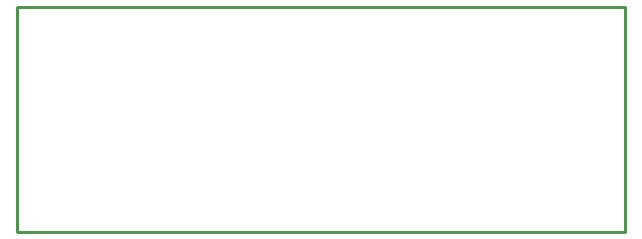
<source format=gbr>
G04 #@! TF.GenerationSoftware,KiCad,Pcbnew,5.99.0-unknown-efbc802~86~ubuntu18.04.1*
G04 #@! TF.CreationDate,2019-09-12T13:39:23+03:00*
G04 #@! TF.ProjectId,USB-GIGABIT_Rev_C,5553422d-4749-4474-9142-49545f526576,rev?*
G04 #@! TF.SameCoordinates,Original*
G04 #@! TF.FileFunction,Profile,NP*
%FSLAX46Y46*%
G04 Gerber Fmt 4.6, Leading zero omitted, Abs format (unit mm)*
G04 Created by KiCad (PCBNEW 5.99.0-unknown-efbc802~86~ubuntu18.04.1) date 2019-09-12 13:39:23*
%MOMM*%
%LPD*%
G04 APERTURE LIST*
%ADD10C,0.250000*%
G04 APERTURE END LIST*
D10*
X55000000Y-79500000D02*
X55000000Y-60500000D01*
X106500000Y-79500000D02*
X55000000Y-79500000D01*
X106500000Y-60500000D02*
X106500000Y-79500000D01*
X55000000Y-60500000D02*
X106500000Y-60500000D01*
M02*

</source>
